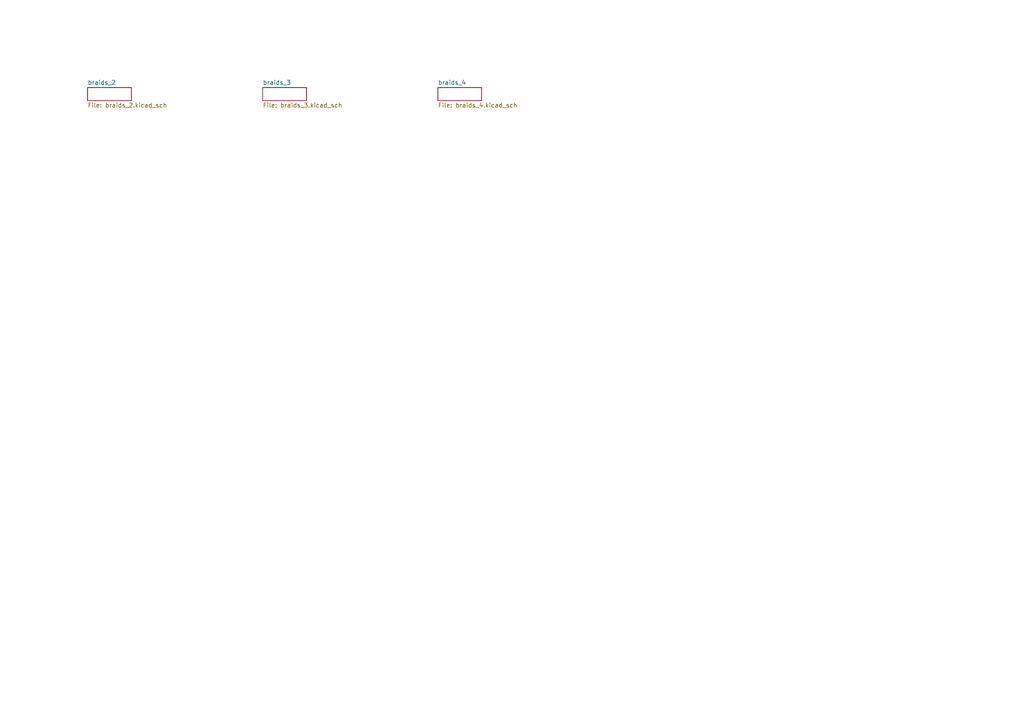
<source format=kicad_sch>
(kicad_sch (version 20211123) (generator eeschema)
  (paper "A4")
  (lib_symbols)
  (sheet (at 127 25.4) (size 12.7 3.81)
    (property "Sheet name" "braids_4" (at 127 24.6884 0) (effects (justify left bottom)))
    (property "Sheet file" "braids_4.kicad_sch" (at 127 29.7946 0) (effects (justify left top)))
  )
  (sheet (at 76.2 25.4) (size 12.7 3.81)
    (property "Sheet name" "braids_3" (at 76.2 24.6884 0) (effects (justify left bottom)))
    (property "Sheet file" "braids_3.kicad_sch" (at 76.2 29.7946 0) (effects (justify left top)))
  )
  (sheet (at 25.4 25.4) (size 12.7 3.81)
    (property "Sheet name" "braids_2" (at 25.4 24.6884 0) (effects (justify left bottom)))
    (property "Sheet file" "braids_2.kicad_sch" (at 25.4 29.7946 0) (effects (justify left top)))
  )
)
</source>
